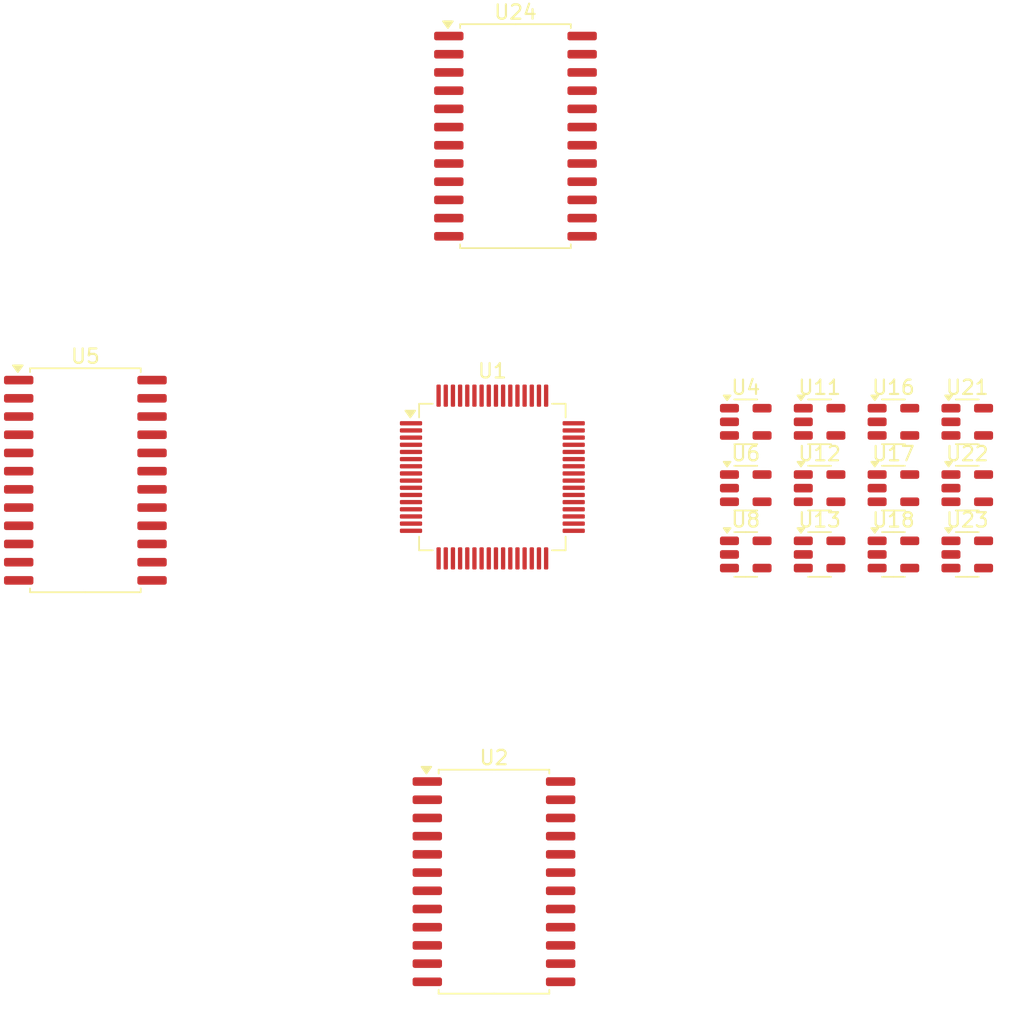
<source format=kicad_pcb>
(kicad_pcb (version 20240108) (generator "pcbnew") (generator_version "8.0")
  (layers (0 "F.Cu" signal) (31 "B.Cu" signal) (34 "B.Paste" user) (35 "F.Paste" user) (36 "B.SilkS" user "B.Silkscreen") (37 "F.SilkS" user "F.Silkscreen") (38 "B.Mask" user) (39 "F.Mask" user) (44 "Edge.Cuts" user))
  (net 0 "")
  (net 1 "Batt-temp12")
  (net 5 "+3.3V")
  (net 9 "TS_select3")
  (net 10 "OA-select1")
  (net 14 "mux1ADC")
  (net 16 "TS_select1")
  (net 20 "OA-select0")
  (net 22 "MOSFET GATE")
  (net 23 "MOSFET GATE3")
  (net 27 "OA-select3")
  (net 30 "MOSFET GATE2")
  (net 33 "OA-select2")
  (net 48 "TS_select2")
  (net 52 "TS_select0")
  (net 53 "muxADC2")
  (net 55 "vout_b1")
  (net 56 "vout_b7")
  (net 57 "vout_b9")
  (net 59 "vout_b3")
  (net 61 "vout_b11")
  (net 62 "vout_b10")
  (net 63 "vout_b4")
  (net 65 "vout_b6")
  (net 66 "vout_b12")
  (net 67 "vout_b2")
  (net 69 "vout_b8")
  (net 70 "vout_b5")
  (net 72 "Net-(R11-Pad2)")
  (net 73 "+5V")
  (net 74 "Net-(U4-+)")
  (net 75 "Net-(U4--)")
  (net 76 "Batt-temp8")
  (net 77 "Batt-temp2")
  (net 78 "Batt-temp4")
  (net 80 "Batt-temp11")
  (net 81 "Batt-temp7")
  (net 83 "Batt-temp1")
  (net 84 "Batt-temp10")
  (net 85 "Batt-temp5")
  (net 89 "Net-(U6--)")
  (net 90 "Net-(R16-Pad2)")
  (net 91 "Net-(U6-+)")
  (net 92 "Net-(U8-+)")
  (net 93 "Net-(U8--)")
  (net 94 "Net-(R23-Pad2)")
  (net 95 "Net-(R18-Pad2)")
  (net 96 "Net-(U11--)")
  (net 97 "Net-(U11-+)")
  (net 98 "Net-(U12--)")
  (net 99 "Net-(U12-+)")
  (net 100 "Net-(R22-Pad2)")
  (net 101 "Net-(R26-Pad2)")
  (net 102 "Net-(U13-+)")
  (net 103 "Net-(U13--)")
  (net 104 "Net-(R40-Pad2)")
  (net 105 "Net-(U16-+)")
  (net 106 "Net-(U16--)")
  (net 107 "Net-(R41-Pad2)")
  (net 108 "Net-(U17--)")
  (net 109 "Net-(U17-+)")
  (net 110 "Net-(U18--)")
  (net 111 "Net-(R42-Pad2)")
  (net 112 "Net-(U18-+)")
  (net 113 "Net-(R56-Pad2)")
  (net 114 "Net-(U21-+)")
  (net 115 "Net-(U21--)")
  (net 116 "Net-(U22--)")
  (net 117 "Net-(U22-+)")
  (net 118 "Net-(R57-Pad2)")
  (net 119 "Net-(R58-Pad2)")
  (net 120 "Net-(U23--)")
  (net 121 "Net-(U23-+)")
  (net 122 "mux3ADC")
  (net 126 "MOSFET GATE6")
  (net 128 "MOSFET GATE11")
  (net 129 "MOSFET GATE8")
  (net 130 "MOSFET GATE10")
  (net 131 "MOSFET GATE7")
  (net 132 "MOSFET0")
  (net 134 "MOSFET1")
  (net 136 "MOSFET GATE4")
  (net 137 "MOSFET GATE9")
  (net 139 "MOSFET2")
  (net 140 "MOSFET GATE12")
  (net 141 "MOSFET3")
  (net 143 "MOSFET GATE5")
  (net 144 "recieve_RX")
  (net 145 "transmitt_TX")
  (footprint "Package_SO:SOIC-24W_7.5x15.4mm_P1.27mm" (layer "F.Cu") (at 169.5 100.5)
    (property "Reference" "U2" (at 0 -8.65 0) (layer "F.SilkS"))
    (property "Value" "CD74HC4067M")
    (fp_line (start -3.86 -7.81) (end -3.86 -7.545) (stroke (width 0.12)) (layer "F.SilkS"))
    (fp_line (start -3.86 7.81) (end -3.86 7.545) (stroke (width 0.12)) (layer "F.SilkS"))
    (fp_line (start 0 -7.81) (end -3.86 -7.81) (stroke (width 0.12)) (layer "F.SilkS"))
    (fp_line (start 0 -7.81) (end 3.86 -7.81) (stroke (width 0.12)) (layer "F.SilkS"))
    (fp_line (start 0 7.81) (end -3.86 7.81) (stroke (width 0.12)) (layer "F.SilkS"))
    (fp_line (start 0 7.81) (end 3.86 7.81) (stroke (width 0.12)) (layer "F.SilkS"))
    (fp_line (start 3.86 -7.81) (end 3.86 -7.545) (stroke (width 0.12)) (layer "F.SilkS"))
    (fp_line (start 3.86 7.81) (end 3.86 7.545) (stroke (width 0.12)) (layer "F.SilkS"))
    (fp_poly (pts (xy -4.7125 -7.545) (xy -5.0525 -8.015) (xy -4.3725 -8.015) (xy -4.7125 -7.545)) (stroke (width 0.12)) (fill solid) (layer "F.SilkS"))
    (pad "1" smd roundrect (at -4.65 -6.985) (size 2.05 0.6) (layers "F.Cu" "F.Paste" "F.Mask") (net 53 "muxADC2"))
    (pad "2" smd roundrect (at -4.65 -5.715) (size 2.05 0.6) (layers "F.Cu" "F.Paste" "F.Mask") (net 69 "vout_b8"))
    (pad "3" smd roundrect (at -4.65 -4.445) (size 2.05 0.6) (layers "F.Cu" "F.Paste" "F.Mask") (net 56 "vout_b7"))
    (pad "4" smd roundrect (at -4.65 -3.175) (size 2.05 0.6) (layers "F.Cu" "F.Paste" "F.Mask") (net 65 "vout_b6"))
    (pad "5" smd roundrect (at -4.65 -1.905) (size 2.05 0.6) (layers "F.Cu" "F.Paste" "F.Mask") (net 70 "vout_b5"))
    (pad "6" smd roundrect (at -4.65 -0.635) (size 2.05 0.6) (layers "F.Cu" "F.Paste" "F.Mask") (net 63 "vout_b4"))
    (pad "7" smd roundrect (at -4.65 0.635) (size 2.05 0.6) (layers "F.Cu" "F.Paste" "F.Mask") (net 59 "vout_b3"))
    (pad "8" smd roundrect (at -4.65 1.905) (size 2.05 0.6) (layers "F.Cu" "F.Paste" "F.Mask") (net 67 "vout_b2"))
    (pad "9" smd roundrect (at -4.65 3.175) (size 2.05 0.6) (layers "F.Cu" "F.Paste" "F.Mask") (net 55 "vout_b1"))
    (pad "10" smd roundrect (at -4.65 4.445) (size 2.05 0.6) (layers "F.Cu" "F.Paste" "F.Mask") (net 20 "OA-select0"))
    (pad "11" smd roundrect (at -4.65 5.715) (size 2.05 0.6) (layers "F.Cu" "F.Paste" "F.Mask") (net 10 "OA-select1"))
    (pad "12" smd roundrect (at -4.65 6.985) (size 2.05 0.6) (layers "F.Cu" "F.Paste" "F.Mask") (net 1 "Batt-temp12"))
    (pad "13" smd roundrect (at 4.65 6.985) (size 2.05 0.6) (layers "F.Cu" "F.Paste" "F.Mask") (net 27 "OA-select3"))
    (pad "14" smd roundrect (at 4.65 5.715) (size 2.05 0.6) (layers "F.Cu" "F.Paste" "F.Mask") (net 33 "OA-select2"))
    (pad "15" smd roundrect (at 4.65 4.445) (size 2.05 0.6) (layers "F.Cu" "F.Paste" "F.Mask"))
    (pad "16" smd roundrect (at 4.65 3.175) (size 2.05 0.6) (layers "F.Cu" "F.Paste" "F.Mask"))
    (pad "17" smd roundrect (at 4.65 1.905) (size 2.05 0.6) (layers "F.Cu" "F.Paste" "F.Mask"))
    (pad "18" smd roundrect (at 4.65 0.635) (size 2.05 0.6) (layers "F.Cu" "F.Paste" "F.Mask"))
    (pad "19" smd roundrect (at 4.65 -0.635) (size 2.05 0.6) (layers "F.Cu" "F.Paste" "F.Mask"))
    (pad "20" smd roundrect (at 4.65 -1.905) (size 2.05 0.6) (layers "F.Cu" "F.Paste" "F.Mask") (net 66 "vout_b12"))
    (pad "21" smd roundrect (at 4.65 -3.175) (size 2.05 0.6) (layers "F.Cu" "F.Paste" "F.Mask") (net 61 "vout_b11"))
    (pad "22" smd roundrect (at 4.65 -4.445) (size 2.05 0.6) (layers "F.Cu" "F.Paste" "F.Mask") (net 62 "vout_b10"))
    (pad "23" smd roundrect (at 4.65 -5.715) (size 2.05 0.6) (layers "F.Cu" "F.Paste" "F.Mask") (net 57 "vout_b9"))
    (pad "24" smd roundrect (at 4.65 -6.985) (size 2.05 0.6) (layers "F.Cu" "F.Paste" "F.Mask") (net 5 "+3.3V"))
  )
  (footprint "Package_TO_SOT_SMD:SOT-23-5" (layer "F.Cu") (at 197.3625 73.05)
    (property "Reference" "U17" (at 0 -2.4 0) (layer "F.SilkS"))
    (property "Value" "OP179GRT")
    (fp_line (start 0 -1.56) (end -0.8 -1.56) (stroke (width 0.12)) (layer "F.SilkS"))
    (fp_line (start 0 -1.56) (end 0.8 -1.56) (stroke (width 0.12)) (layer "F.SilkS"))
    (fp_line (start 0 1.56) (end -0.8 1.56) (stroke (width 0.12)) (layer "F.SilkS"))
    (fp_line (start 0 1.56) (end 0.8 1.56) (stroke (width 0.12)) (layer "F.SilkS"))
    (fp_poly (pts (xy -1.3 -1.51) (xy -1.54 -1.84) (xy -1.06 -1.84) (xy -1.3 -1.51)) (stroke (width 0.12)) (fill solid) (layer "F.SilkS"))
    (pad "1" smd roundrect (at -1.1375 -0.95) (size 1.325 0.6) (layers "F.Cu" "F.Paste" "F.Mask") (net 107 "Net-(R41-Pad2)"))
    (pad "2" smd roundrect (at -1.1375 0) (size 1.325 0.6) (layers "F.Cu" "F.Paste" "F.Mask") (net 73 "+5V"))
    (pad "3" smd roundrect (at -1.1375 0.95) (size 1.325 0.6) (layers "F.Cu" "F.Paste" "F.Mask") (net 109 "Net-(U17-+)"))
    (pad "4" smd roundrect (at 1.1375 0.95) (size 1.325 0.6) (layers "F.Cu" "F.Paste" "F.Mask") (net 108 "Net-(U17--)"))
    (pad "5" smd roundrect (at 1.1375 -0.95) (size 1.325 0.6) (layers "F.Cu" "F.Paste" "F.Mask") (net 1 "Batt-temp12"))
  )
  (footprint "Package_SO:SOIC-24W_7.5x15.4mm_P1.27mm" (layer "F.Cu") (at 171 48.5)
    (property "Reference" "U24" (at 0 -8.65 0) (layer "F.SilkS"))
    (property "Value" "CD74HC4067M")
    (fp_line (start -3.86 -7.81) (end -3.86 -7.545) (stroke (width 0.12)) (layer "F.SilkS"))
    (fp_line (start -3.86 7.81) (end -3.86 7.545) (stroke (width 0.12)) (layer "F.SilkS"))
    (fp_line (start 0 -7.81) (end -3.86 -7.81) (stroke (width 0.12)) (layer "F.SilkS"))
    (fp_line (start 0 -7.81) (end 3.86 -7.81) (stroke (width 0.12)) (layer "F.SilkS"))
    (fp_line (start 0 7.81) (end -3.86 7.81) (stroke (width 0.12)) (layer "F.SilkS"))
    (fp_line (start 0 7.81) (end 3.86 7.81) (stroke (width 0.12)) (layer "F.SilkS"))
    (fp_line (start 3.86 -7.81) (end 3.86 -7.545) (stroke (width 0.12)) (layer "F.SilkS"))
    (fp_line (start 3.86 7.81) (end 3.86 7.545) (stroke (width 0.12)) (layer "F.SilkS"))
    (fp_poly (pts (xy -4.7125 -7.545) (xy -5.0525 -8.015) (xy -4.3725 -8.015) (xy -4.7125 -7.545)) (stroke (width 0.12)) (fill solid) (layer "F.SilkS"))
    (pad "1" smd roundrect (at -4.65 -6.985) (size 2.05 0.6) (layers "F.Cu" "F.Paste" "F.Mask") (net 122 "mux3ADC"))
    (pad "2" smd roundrect (at -4.65 -5.715) (size 2.05 0.6) (layers "F.Cu" "F.Paste" "F.Mask") (net 137 "MOSFET GATE9"))
    (pad "3" smd roundrect (at -4.65 -4.445) (size 2.05 0.6) (layers "F.Cu" "F.Paste" "F.Mask") (net 130 "MOSFET GATE10"))
    (pad "4" smd roundrect (at -4.65 -3.175) (size 2.05 0.6) (layers "F.Cu" "F.Paste" "F.Mask") (net 128 "MOSFET GATE11"))
    (pad "5" smd roundrect (at -4.65 -1.905) (size 2.05 0.6) (layers "F.Cu" "F.Paste" "F.Mask") (net 140 "MOSFET GATE12"))
    (pad "6" smd roundrect (at -4.65 -0.635) (size 2.05 0.6) (layers "F.Cu" "F.Paste" "F.Mask") (net 136 "MOSFET GATE4"))
    (pad "7" smd roundrect (at -4.65 0.635) (size 2.05 0.6) (layers "F.Cu" "F.Paste" "F.Mask") (net 23 "MOSFET GATE3"))
    (pad "8" smd roundrect (at -4.65 1.905) (size 2.05 0.6) (layers "F.Cu" "F.Paste" "F.Mask") (net 30 "MOSFET GATE2"))
    (pad "9" smd roundrect (at -4.65 3.175) (size 2.05 0.6) (layers "F.Cu" "F.Paste" "F.Mask") (net 22 "MOSFET GATE"))
    (pad "10" smd roundrect (at -4.65 4.445) (size 2.05 0.6) (layers "F.Cu" "F.Paste" "F.Mask") (net 132 "MOSFET0"))
    (pad "11" smd roundrect (at -4.65 5.715) (size 2.05 0.6) (layers "F.Cu" "F.Paste" "F.Mask") (net 134 "MOSFET1"))
    (pad "12" smd roundrect (at -4.65 6.985) (size 2.05 0.6) (layers "F.Cu" "F.Paste" "F.Mask") (net 1 "Batt-temp12"))
    (pad "13" smd roundrect (at 4.65 6.985) (size 2.05 0.6) (layers "F.Cu" "F.Paste" "F.Mask") (net 141 "MOSFET3"))
    (pad "14" smd roundrect (at 4.65 5.715) (size 2.05 0.6) (layers "F.Cu" "F.Paste" "F.Mask") (net 139 "MOSFET2"))
    (pad "15" smd roundrect (at 4.65 4.445) (size 2.05 0.6) (layers "F.Cu" "F.Paste" "F.Mask"))
    (pad "16" smd roundrect (at 4.65 3.175) (size 2.05 0.6) (layers "F.Cu" "F.Paste" "F.Mask"))
    (pad "17" smd roundrect (at 4.65 1.905) (size 2.05 0.6) (layers "F.Cu" "F.Paste" "F.Mask"))
    (pad "18" smd roundrect (at 4.65 0.635) (size 2.05 0.6) (layers "F.Cu" "F.Paste" "F.Mask"))
    (pad "19" smd roundrect (at 4.65 -0.635) (size 2.05 0.6) (layers "F.Cu" "F.Paste" "F.Mask"))
    (pad "20" smd roundrect (at 4.65 -1.905) (size 2.05 0.6) (layers "F.Cu" "F.Paste" "F.Mask") (net 143 "MOSFET GATE5"))
    (pad "21" smd roundrect (at 4.65 -3.175) (size 2.05 0.6) (layers "F.Cu" "F.Paste" "F.Mask") (net 126 "MOSFET GATE6"))
    (pad "22" smd roundrect (at 4.65 -4.445) (size 2.05 0.6) (layers "F.Cu" "F.Paste" "F.Mask") (net 131 "MOSFET GATE7"))
    (pad "23" smd roundrect (at 4.65 -5.715) (size 2.05 0.6) (layers "F.Cu" "F.Paste" "F.Mask") (net 129 "MOSFET GATE8"))
    (pad "24" smd roundrect (at 4.65 -6.985) (size 2.05 0.6) (layers "F.Cu" "F.Paste" "F.Mask") (net 5 "+3.3V"))
  )
  (footprint "Package_TO_SOT_SMD:SOT-23-5" (layer "F.Cu") (at 202.5125 68.425)
    (property "Reference" "U21" (at 0 -2.4 0) (layer "F.SilkS"))
    (property "Value" "OP179GRT")
    (fp_line (start 0 -1.56) (end -0.8 -1.56) (stroke (width 0.12)) (layer "F.SilkS"))
    (fp_line (start 0 -1.56) (end 0.8 -1.56) (stroke (width 0.12)) (layer "F.SilkS"))
    (fp_line (start 0 1.56) (end -0.8 1.56) (stroke (width 0.12)) (layer "F.SilkS"))
    (fp_line (start 0 1.56) (end 0.8 1.56) (stroke (width 0.12)) (layer "F.SilkS"))
    (fp_poly (pts (xy -1.3 -1.51) (xy -1.54 -1.84) (xy -1.06 -1.84) (xy -1.3 -1.51)) (stroke (width 0.12)) (fill solid) (layer "F.SilkS"))
    (pad "1" smd roundrect (at -1.1375 -0.95) (size 1.325 0.6) (layers "F.Cu" "F.Paste" "F.Mask") (net 113 "Net-(R56-Pad2)"))
    (pad "2" smd roundrect (at -1.1375 0) (size 1.325 0.6) (layers "F.Cu" "F.Paste" "F.Mask") (net 73 "+5V"))
    (pad "3" smd roundrect (at -1.1375 0.95) (size 1.325 0.6) (layers "F.Cu" "F.Paste" "F.Mask") (net 114 "Net-(U21-+)"))
    (pad "4" smd roundrect (at 1.1375 0.95) (size 1.325 0.6) (layers "F.Cu" "F.Paste" "F.Mask") (net 115 "Net-(U21--)"))
    (pad "5" smd roundrect (at 1.1375 -0.95) (size 1.325 0.6) (layers "F.Cu" "F.Paste" "F.Mask") (net 1 "Batt-temp12"))
  )
  (footprint "Package_TO_SOT_SMD:SOT-23-5" (layer "F.Cu") (at 197.3625 68.425)
    (property "Reference" "U16" (at 0 -2.4 0) (layer "F.SilkS"))
    (property "Value" "OP179GRT")
    (fp_line (start 0 -1.56) (end -0.8 -1.56) (stroke (width 0.12)) (layer "F.SilkS"))
    (fp_line (start 0 -1.56) (end 0.8 -1.56) (stroke (width 0.12)) (layer "F.SilkS"))
    (fp_line (start 0 1.56) (end -0.8 1.56) (stroke (width 0.12)) (layer "F.SilkS"))
    (fp_line (start 0 1.56) (end 0.8 1.56) (stroke (width 0.12)) (layer "F.SilkS"))
    (fp_poly (pts (xy -1.3 -1.51) (xy -1.54 -1.84) (xy -1.06 -1.84) (xy -1.3 -1.51)) (stroke (width 0.12)) (fill solid) (layer "F.SilkS"))
    (pad "1" smd roundrect (at -1.1375 -0.95) (size 1.325 0.6) (layers "F.Cu" "F.Paste" "F.Mask") (net 104 "Net-(R40-Pad2)"))
    (pad "2" smd roundrect (at -1.1375 0) (size 1.325 0.6) (layers "F.Cu" "F.Paste" "F.Mask") (net 73 "+5V"))
    (pad "3" smd roundrect (at -1.1375 0.95) (size 1.325 0.6) (layers "F.Cu" "F.Paste" "F.Mask") (net 105 "Net-(U16-+)"))
    (pad "4" smd roundrect (at 1.1375 0.95) (size 1.325 0.6) (layers "F.Cu" "F.Paste" "F.Mask") (net 106 "Net-(U16--)"))
    (pad "5" smd roundrect (at 1.1375 -0.95) (size 1.325 0.6) (layers "F.Cu" "F.Paste" "F.Mask") (net 1 "Batt-temp12"))
  )
  (footprint "Package_TO_SOT_SMD:SOT-23-5" (layer "F.Cu") (at 187.0625 77.675)
    (property "Reference" "U8" (at 0 -2.4 0) (layer "F.SilkS"))
    (property "Value" "OP179GRT")
    (fp_line (start 0 -1.56) (end -0.8 -1.56) (stroke (width 0.12)) (layer "F.SilkS"))
    (fp_line (start 0 -1.56) (end 0.8 -1.56) (stroke (width 0.12)) (layer "F.SilkS"))
    (fp_line (start 0 1.56) (end -0.8 1.56) (stroke (width 0.12)) (layer "F.SilkS"))
    (fp_line (start 0 1.56) (end 0.8 1.56) (stroke (width 0.12)) (layer "F.SilkS"))
    (fp_poly (pts (xy -1.3 -1.51) (xy -1.54 -1.84) (xy -1.06 -1.84) (xy -1.3 -1.51)) (stroke (width 0.12)) (fill solid) (layer "F.SilkS"))
    (pad "1" smd roundrect (at -1.1375 -0.95) (size 1.325 0.6) (layers "F.Cu" "F.Paste" "F.Mask") (net 94 "Net-(R23-Pad2)"))
    (pad "2" smd roundrect (at -1.1375 0) (size 1.325 0.6) (layers "F.Cu" "F.Paste" "F.Mask") (net 73 "+5V"))
    (pad "3" smd roundrect (at -1.1375 0.95) (size 1.325 0.6) (layers "F.Cu" "F.Paste" "F.Mask") (net 92 "Net-(U8-+)"))
    (pad "4" smd roundrect (at 1.1375 0.95) (size 1.325 0.6) (layers "F.Cu" "F.Paste" "F.Mask") (net 93 "Net-(U8--)"))
    (pad "5" smd roundrect (at 1.1375 -0.95) (size 1.325 0.6) (layers "F.Cu" "F.Paste" "F.Mask") (net 1 "Batt-temp12"))
  )
  (footprint "Package_SO:SOIC-24W_7.5x15.4mm_P1.27mm" (layer "F.Cu") (at 141 72.5)
    (property "Reference" "U5" (at 0 -8.65 0) (layer "F.SilkS"))
    (property "Value" "CD74HC4067M")
    (fp_line (start -3.86 -7.81) (end -3.86 -7.545) (stroke (width 0.12)) (layer "F.SilkS"))
    (fp_line (start -3.86 7.81) (end -3.86 7.545) (stroke (width 0.12)) (layer "F.SilkS"))
    (fp_line (start 0 -7.81) (end -3.86 -7.81) (stroke (width 0.12)) (layer "F.SilkS"))
    (fp_line (start 0 -7.81) (end 3.86 -7.81) (stroke (width 0.12)) (layer "F.SilkS"))
    (fp_line (start 0 7.81) (end -3.86 7.81) (stroke (width 0.12)) (layer "F.SilkS"))
    (fp_line (start 0 7.81) (end 3.86 7.81) (stroke (width 0.12)) (layer "F.SilkS"))
    (fp_line (start 3.86 -7.81) (end 3.86 -7.545) (stroke (width 0.12)) (layer "F.SilkS"))
    (fp_line (start 3.86 7.81) (end 3.86 7.545) (stroke (width 0.12)) (layer "F.SilkS"))
    (fp_poly (pts (xy -4.7125 -7.545) (xy -5.0525 -8.015) (xy -4.3725 -8.015) (xy -4.7125 -7.545)) (stroke (width 0.12)) (fill solid) (layer "F.SilkS"))
    (pad "1" smd roundrect (at -4.65 -6.985) (size 2.05 0.6) (layers "F.Cu" "F.Paste" "F.Mask") (net 14 "mux1ADC"))
    (pad "2" smd roundrect (at -4.65 -5.715) (size 2.05 0.6) (layers "F.Cu" "F.Paste" "F.Mask") (net 1 "Batt-temp12"))
    (pad "3" smd roundrect (at -4.65 -4.445) (size 2.05 0.6) (layers "F.Cu" "F.Paste" "F.Mask") (net 76 "Batt-temp8"))
    (pad "4" smd roundrect (at -4.65 -3.175) (size 2.05 0.6) (layers "F.Cu" "F.Paste" "F.Mask") (net 81 "Batt-temp7"))
    (pad "5" smd roundrect (at -4.65 -1.905) (size 2.05 0.6) (layers "F.Cu" "F.Paste" "F.Mask") (net 1 "Batt-temp12"))
    (pad "6" smd roundrect (at -4.65 -0.635) (size 2.05 0.6) (layers "F.Cu" "F.Paste" "F.Mask") (net 78 "Batt-temp4"))
    (pad "7" smd roundrect (at -4.65 0.635) (size 2.05 0.6) (layers "F.Cu" "F.Paste" "F.Mask") (net 1 "Batt-temp12"))
    (pad "8" smd roundrect (at -4.65 1.905) (size 2.05 0.6) (layers "F.Cu" "F.Paste" "F.Mask") (net 77 "Batt-temp2"))
    (pad "9" smd roundrect (at -4.65 3.175) (size 2.05 0.6) (layers "F.Cu" "F.Paste" "F.Mask") (net 83 "Batt-temp1"))
    (pad "10" smd roundrect (at -4.65 4.445) (size 2.05 0.6) (layers "F.Cu" "F.Paste" "F.Mask") (net 52 "TS_select0"))
    (pad "11" smd roundrect (at -4.65 5.715) (size 2.05 0.6) (layers "F.Cu" "F.Paste" "F.Mask") (net 16 "TS_select1"))
    (pad "12" smd roundrect (at -4.65 6.985) (size 2.05 0.6) (layers "F.Cu" "F.Paste" "F.Mask") (net 1 "Batt-temp12"))
    (pad "13" smd roundrect (at 4.65 6.985) (size 2.05 0.6) (layers "F.Cu" "F.Paste" "F.Mask") (net 9 "TS_select3"))
    (pad "14" smd roundrect (at 4.65 5.715) (size 2.05 0.6) (layers "F.Cu" "F.Paste" "F.Mask") (net 48 "TS_select2"))
    (pad "15" smd roundrect (at 4.65 4.445) (size 2.05 0.6) (layers "F.Cu" "F.Paste" "F.Mask"))
    (pad "16" smd roundrect (at 4.65 3.175) (size 2.05 0.6) (layers "F.Cu" "F.Paste" "F.Mask"))
    (pad "17" smd roundrect (at 4.65 1.905) (size 2.05 0.6) (layers "F.Cu" "F.Paste" "F.Mask"))
    (pad "18" smd roundrect (at 4.65 0.635) (size 2.05 0.6) (layers "F.Cu" "F.Paste" "F.Mask"))
    (pad "19" smd roundrect (at 4.65 -0.635) (size 2.05 0.6) (layers "F.Cu" "F.Paste" "F.Mask"))
    (pad "20" smd roundrect (at 4.65 -1.905) (size 2.05 0.6) (layers "F.Cu" "F.Paste" "F.Mask") (net 85 "Batt-temp5"))
    (pad "21" smd roundrect (at 4.65 -3.175) (size 2.05 0.6) (layers "F.Cu" "F.Paste" "F.Mask") (net 1 "Batt-temp12"))
    (pad "22" smd roundrect (at 4.65 -4.445) (size 2.05 0.6) (layers "F.Cu" "F.Paste" "F.Mask") (net 80 "Batt-temp11"))
    (pad "23" smd roundrect (at 4.65 -5.715) (size 2.05 0.6) (layers "F.Cu" "F.Paste" "F.Mask") (net 84 "Batt-temp10"))
    (pad "24" smd roundrect (at 4.65 -6.985) (size 2.05 0.6) (layers "F.Cu" "F.Paste" "F.Mask") (net 5 "+3.3V"))
  )
  (footprint "Package_TO_SOT_SMD:SOT-23-5" (layer "F.Cu") (at 192.2125 68.425)
    (property "Reference" "U11" (at 0 -2.4 0) (layer "F.SilkS"))
    (property "Value" "OP179GRT")
    (fp_line (start 0 -1.56) (end -0.8 -1.56) (stroke (width 0.12)) (layer "F.SilkS"))
    (fp_line (start 0 -1.56) (end 0.8 -1.56) (stroke (width 0.12)) (layer "F.SilkS"))
    (fp_line (start 0 1.56) (end -0.8 1.56) (stroke (width 0.12)) (layer "F.SilkS"))
    (fp_line (start 0 1.56) (end 0.8 1.56) (stroke (width 0.12)) (layer "F.SilkS"))
    (fp_poly (pts (xy -1.3 -1.51) (xy -1.54 -1.84) (xy -1.06 -1.84) (xy -1.3 -1.51)) (stroke (width 0.12)) (fill solid) (layer "F.SilkS"))
    (pad "1" smd roundrect (at -1.1375 -0.95) (size 1.325 0.6) (layers "F.Cu" "F.Paste" "F.Mask") (net 95 "Net-(R18-Pad2)"))
    (pad "2" smd roundrect (at -1.1375 0) (size 1.325 0.6) (layers "F.Cu" "F.Paste" "F.Mask") (net 73 "+5V"))
    (pad "3" smd roundrect (at -1.1375 0.95) (size 1.325 0.6) (layers "F.Cu" "F.Paste" "F.Mask") (net 97 "Net-(U11-+)"))
    (pad "4" smd roundrect (at 1.1375 0.95) (size 1.325 0.6) (layers "F.Cu" "F.Paste" "F.Mask") (net 96 "Net-(U11--)"))
    (pad "5" smd roundrect (at 1.1375 -0.95) (size 1.325 0.6) (layers "F.Cu" "F.Paste" "F.Mask") (net 1 "Batt-temp12"))
  )
  (footprint "Package_TO_SOT_SMD:SOT-23-5" (layer "F.Cu") (at 197.3625 77.675)
    (property "Reference" "U18" (at 0 -2.4 0) (layer "F.SilkS"))
    (property "Value" "OP179GRT")
    (fp_line (start 0 -1.56) (end -0.8 -1.56) (stroke (width 0.12)) (layer "F.SilkS"))
    (fp_line (start 0 -1.56) (end 0.8 -1.56) (stroke (width 0.12)) (layer "F.SilkS"))
    (fp_line (start 0 1.56) (end -0.8 1.56) (stroke (width 0.12)) (layer "F.SilkS"))
    (fp_line (start 0 1.56) (end 0.8 1.56) (stroke (width 0.12)) (layer "F.SilkS"))
    (fp_poly (pts (xy -1.3 -1.51) (xy -1.54 -1.84) (xy -1.06 -1.84) (xy -1.3 -1.51)) (stroke (width 0.12)) (fill solid) (layer "F.SilkS"))
    (pad "1" smd roundrect (at -1.1375 -0.95) (size 1.325 0.6) (layers "F.Cu" "F.Paste" "F.Mask") (net 111 "Net-(R42-Pad2)"))
    (pad "2" smd roundrect (at -1.1375 0) (size 1.325 0.6) (layers "F.Cu" "F.Paste" "F.Mask") (net 73 "+5V"))
    (pad "3" smd roundrect (at -1.1375 0.95) (size 1.325 0.6) (layers "F.Cu" "F.Paste" "F.Mask") (net 112 "Net-(U18-+)"))
    (pad "4" smd roundrect (at 1.1375 0.95) (size 1.325 0.6) (layers "F.Cu" "F.Paste" "F.Mask") (net 110 "Net-(U18--)"))
    (pad "5" smd roundrect (at 1.1375 -0.95) (size 1.325 0.6) (layers "F.Cu" "F.Paste" "F.Mask") (net 1 "Batt-temp12"))
  )
  (footprint "Package_TO_SOT_SMD:SOT-23-5" (layer "F.Cu") (at 192.2125 77.675)
    (property "Reference" "U13" (at 0 -2.4 0) (layer "F.SilkS"))
    (property "Value" "OP179GRT")
    (fp_line (start 0 -1.56) (end -0.8 -1.56) (stroke (width 0.12)) (layer "F.SilkS"))
    (fp_line (start 0 -1.56) (end 0.8 -1.56) (stroke (width 0.12)) (layer "F.SilkS"))
    (fp_line (start 0 1.56) (end -0.8 1.56) (stroke (width 0.12)) (layer "F.SilkS"))
    (fp_line (start 0 1.56) (end 0.8 1.56) (stroke (width 0.12)) (layer "F.SilkS"))
    (fp_poly (pts (xy -1.3 -1.51) (xy -1.54 -1.84) (xy -1.06 -1.84) (xy -1.3 -1.51)) (stroke (width 0.12)) (fill solid) (layer "F.SilkS"))
    (pad "1" smd roundrect (at -1.1375 -0.95) (size 1.325 0.6) (layers "F.Cu" "F.Paste" "F.Mask") (net 101 "Net-(R26-Pad2)"))
    (pad "2" smd roundrect (at -1.1375 0) (size 1.325 0.6) (layers "F.Cu" "F.Paste" "F.Mask") (net 73 "+5V"))
    (pad "3" smd roundrect (at -1.1375 0.95) (size 1.325 0.6) (layers "F.Cu" "F.Paste" "F.Mask") (net 102 "Net-(U13-+)"))
    (pad "4" smd roundrect (at 1.1375 0.95) (size 1.325 0.6) (layers "F.Cu" "F.Paste" "F.Mask") (net 103 "Net-(U13--)"))
    (pad "5" smd roundrect (at 1.1375 -0.95) (size 1.325 0.6) (layers "F.Cu" "F.Paste" "F.Mask") (net 1 "Batt-temp12"))
  )
  (footprint "Package_TO_SOT_SMD:SOT-23-5" (layer "F.Cu") (at 187.0625 68.425)
    (property "Reference" "U4" (at 0 -2.4 0) (layer "F.SilkS"))
    (property "Value" "OP179GRT")
    (fp_line (start 0 -1.56) (end -0.8 -1.56) (stroke (width 0.12)) (layer "F.SilkS"))
    (fp_line (start 0 -1.56) (end 0.8 -1.56) (stroke (width 0.12)) (layer "F.SilkS"))
    (fp_line (start 0 1.56) (end -0.8 1.56) (stroke (width 0.12)) (layer "F.SilkS"))
    (fp_line (start 0 1.56) (end 0.8 1.56) (stroke (width 0.12)) (layer "F.SilkS"))
    (fp_poly (pts (xy -1.3 -1.51) (xy -1.54 -1.84) (xy -1.06 -1.84) (xy -1.3 -1.51)) (stroke (width 0.12)) (fill solid) (layer "F.SilkS"))
    (pad "1" smd roundrect (at -1.1375 -0.95) (size 1.325 0.6) (layers "F.Cu" "F.Paste" "F.Mask") (net 72 "Net-(R11-Pad2)"))
    (pad "2" smd roundrect (at -1.1375 0) (size 1.325 0.6) (layers "F.Cu" "F.Paste" "F.Mask") (net 73 "+5V"))
    (pad "3" smd roundrect (at -1.1375 0.95) (size 1.325 0.6) (layers "F.Cu" "F.Paste" "F.Mask") (net 74 "Net-(U4-+)"))
    (pad "4" smd roundrect (at 1.1375 0.95) (size 1.325 0.6) (layers "F.Cu" "F.Paste" "F.Mask") (net 75 "Net-(U4--)"))
    (pad "5" smd roundrect (at 1.1375 -0.95) (size 1.325 0.6) (layers "F.Cu" "F.Paste" "F.Mask") (net 1 "Batt-temp12"))
  )
  (footprint "Package_TO_SOT_SMD:SOT-23-5" (layer "F.Cu") (at 192.2125 73.05)
    (property "Reference" "U12" (at 0 -2.4 0) (layer "F.SilkS"))
    (property "Value" "OP179GRT")
    (fp_line (start 0 -1.56) (end -0.8 -1.56) (stroke (width 0.12)) (layer "F.SilkS"))
    (fp_line (start 0 -1.56) (end 0.8 -1.56) (stroke (width 0.12)) (layer "F.SilkS"))
    (fp_line (start 0 1.56) (end -0.8 1.56) (stroke (width 0.12)) (layer "F.SilkS"))
    (fp_line (start 0 1.56) (end 0.8 1.56) (stroke (width 0.12)) (layer "F.SilkS"))
    (fp_poly (pts (xy -1.3 -1.51) (xy -1.54 -1.84) (xy -1.06 -1.84) (xy -1.3 -1.51)) (stroke (width 0.12)) (fill solid) (layer "F.SilkS"))
    (pad "1" smd roundrect (at -1.1375 -0.95) (size 1.325 0.6) (layers "F.Cu" "F.Paste" "F.Mask") (net 100 "Net-(R22-Pad2)"))
    (pad "2" smd roundrect (at -1.1375 0) (size 1.325 0.6) (layers "F.Cu" "F.Paste" "F.Mask") (net 73 "+5V"))
    (pad "3" smd roundrect (at -1.1375 0.95) (size 1.325 0.6) (layers "F.Cu" "F.Paste" "F.Mask") (net 99 "Net-(U12-+)"))
    (pad "4" smd roundrect (at 1.1375 0.95) (size 1.325 0.6) (layers "F.Cu" "F.Paste" "F.Mask") (net 98 "Net-(U12--)"))
    (pad "5" smd roundrect (at 1.1375 -0.95) (size 1.325 0.6) (layers "F.Cu" "F.Paste" "F.Mask") (net 1 "Batt-temp12"))
  )
  (footprint "Package_QFP:LQFP-64_10x10mm_P0.5mm" (layer "F.Cu") (at 169.3875 72.275)
    (property "Reference" "U1" (at 0 -7.4 0) (layer "F.SilkS"))
    (property "Value" "STM32F446RETx")
    (fp_line (start -5.11 -5.11) (end -5.11 -4.16) (stroke (width 0.12)) (layer "F.SilkS"))
    (fp_line (start -5.11 5.11) (end -5.11 4.16) (stroke (width 0.12)) (layer "F.SilkS"))
    (fp_line (start -4.16 -5.11) (end -5.11 -5.11) (stroke (width 0.12)) (layer "F.SilkS"))
    (fp_line (start -4.16 5.11) (end -5.11 5.11) (stroke (width 0.12)) (layer "F.SilkS"))
    (fp_line (start 4.16 -5.11) (end 5.11 -5.11) (stroke (width 0.12)) (layer "F.SilkS"))
    (fp_line (start 4.16 5.11) (end 5.11 5.11) (stroke (width 0.12)) (layer "F.SilkS"))
    (fp_line (start 5.11 -5.11) (end 5.11 -4.16) (stroke (width 0.12)) (layer "F.SilkS"))
    (fp_line (start 5.11 5.11) (end 5.11 4.16) (stroke (width 0.12)) (layer "F.SilkS"))
    (fp_poly (pts (xy -5.725 -4.16) (xy -6.065 -4.63) (xy -5.385 -4.63) (xy -5.725 -4.16)) (stroke (width 0.12)) (fill solid) (layer "F.SilkS"))
    (pad "1" smd roundrect (at -5.675 -3.75) (size 1.55 0.3) (layers "F.Cu" "F.Paste" "F.Mask"))
    (pad "2" smd roundrect (at -5.675 -3.25) (size 1.55 0.3) (layers "F.Cu" "F.Paste" "F.Mask"))
    (pad "3" smd roundrect (at -5.675 -2.75) (size 1.55 0.3) (layers "F.Cu" "F.Paste" "F.Mask"))
    (pad "4" smd roundrect (at -5.675 -2.25) (size 1.55 0.3) (layers "F.Cu" "F.Paste" "F.Mask"))
    (pad "5" smd roundrect (at -5.675 -1.75) (size 1.55 0.3) (layers "F.Cu" "F.Paste" "F.Mask"))
    (pad "6" smd roundrect (at -5.675 -1.25) (size 1.55 0.3) (layers "F.Cu" "F.Paste" "F.Mask"))
    (pad "7" smd roundrect (at -5.675 -0.75) (size 1.55 0.3) (layers "F.Cu" "F.Paste" "F.Mask"))
    (pad "8" smd roundrect (at -5.675 -0.25) (size 1.55 0.3) (layers "F.Cu" "F.Paste" "F.Mask"))
    (pad "9" smd roundrect (at -5.675 0.25) (size 1.55 0.3) (layers "F.Cu" "F.Paste" "F.Mask"))
    (pad "10" smd roundrect (at -5.675 0.75) (size 1.55 0.3) (layers "F.Cu" "F.Paste" "F.Mask"))
    (pad "11" smd roundrect (at -5.675 1.25) (size 1.55 0.3) (layers "F.Cu" "F.Paste" "F.Mask"))
    (pad "12" smd roundrect (at -5.675 1.75) (size 1.55 0.3) (layers "F.Cu" "F.Paste" "F.Mask") (net 1 "Batt-temp12"))
    (pad "13" smd roundrect (at -5.675 2.25) (size 1.55 0.3) (layers "F.Cu" "F.Paste" "F.Mask"))
    (pad "14" smd roundrect (at -5.675 2.75) (size 1.55 0.3) (layers "F.Cu" "F.Paste" "F.Mask"))
    (pad "15" smd roundrect (at -5.675 3.25) (size 1.55 0.3) (layers "F.Cu" "F.Paste" "F.Mask"))
    (pad "16" smd roundrect (at -5.675 3.75) (size 1.55 0.3) (layers "F.Cu" "F.Paste" "F.Mask"))
    (pad "17" smd roundrect (at -3.75 5.675) (size 0.3 1.55) (layers "F.Cu" "F.Paste" "F.Mask"))
    (pad "18" smd roundrect (at -3.25 5.675) (size 0.3 1.55) (layers "F.Cu" "F.Paste" "F.Mask") (net 1 "Batt-temp12"))
    (pad "19" smd roundrect (at -2.75 5.675) (size 0.3 1.55) (layers "F.Cu" "F.Paste" "F.Mask") (net 5 "+3.3V"))
    (pad "20" smd roundrect (at -2.25 5.675) (size 0.3 1.55) (layers "F.Cu" "F.Paste" "F.Mask") (net 14 "mux1ADC"))
    (pad "21" smd roundrect (at -1.75 5.675) (size 0.3 1.55) (layers "F.Cu" "F.Paste" "F.Mask") (net 53 "muxADC2"))
    (pad "22" smd roundrect (at -1.25 5.675) (size 0.3 1.55) (layers "F.Cu" "F.Paste" "F.Mask") (net 122 "mux3ADC"))
    (pad "23" smd roundrect (at -0.75 5.675) (size 0.3 1.55) (layers "F.Cu" "F.Paste" "F.Mask"))
    (pad "24" smd roundrect (at -0.25 5.675) (size 0.3 1.55) (layers "F.Cu" "F.Paste" "F.Mask"))
    (pad "25" smd roundrect (at 0.25 5.675) (size 0.3 1.55) (layers "F.Cu" "F.Paste" "F.Mask"))
    (pad "26" smd roundrect (at 0.75 5.675) (size 0.3 1.55) (layers "F.Cu" "F.Paste" "F.Mask"))
    (pad "27" smd roundrect (at 1.25 5.675) (size 0.3 1.55) (layers "F.Cu" "F.Paste" "F.Mask"))
    (pad "28" smd roundrect (at 1.75 5.675) (size 0.3 1.55) (layers "F.Cu" "F.Paste" "F.Mask"))
    (pad "29" smd roundrect (at 2.25 5.675) (size 0.3 1.55) (layers "F.Cu" "F.Paste" "F.Mask"))
    (pad "30" smd roundrect (at 2.75 5.675) (size 0.3 1.55) (layers "F.Cu" "F.Paste" "F.Mask"))
    (pad "31" smd roundrect (at 3.25 5.675) (size 0.3 1.55) (layers "F.Cu" "F.Paste" "F.Mask") (net 1 "Batt-temp12"))
    (pad "32" smd roundrect (at 3.75 5.675) (size 0.3 1.55) (layers "F.Cu" "F.Paste" "F.Mask") (net 5 "+3.3V"))
    (pad "33" smd roundrect (at 5.675 3.75) (size 1.55 0.3) (layers "F.Cu" "F.Paste" "F.Mask"))
    (pad "34" smd roundrect (at 5.675 3.25) (size 1.55 0.3) (layers "F.Cu" "F.Paste" "F.Mask"))
    (pad "35" smd roundrect (at 5.675 2.75) (size 1.55 0.3) (layers "F.Cu" "F.Paste" "F.Mask"))
    (pad "36" smd roundrect (at 5.675 2.25) (size 1.55 0.3) (layers "F.Cu" "F.Paste" "F.Mask"))
    (pad "37" smd roundrect (at 5.675 1.75) (size 1.55 0.3) (layers "F.Cu" "F.Paste" "F.Mask") (net 20 "OA-select0"))
    (pad "38" smd roundrect (at 5.675 1.25) (size 1.55 0.3) (layers "F.Cu" "F.Paste" "F.Mask") (net 10 "OA-select1"))
    (pad "39" smd roundrect (at 5.675 0.75) (size 1.55 0.3) (layers "F.Cu" "F.Paste" "F.Mask") (net 33 "OA-select2"))
    (pad "40" smd roundrect (at 5.675 0.25) (size 1.55 0.3) (layers "F.Cu" "F.Paste" "F.Mask") (net 27 "OA-select3"))
    (pad "41" smd roundrect (at 5.675 -0.25) (size 1.55 0.3) (layers "F.Cu" "F.Paste" "F.Mask"))
    (pad "42" smd roundrect (at 5.675 -0.75) (size 1.55 0.3) (layers "F.Cu" "F.Paste" "F.Mask"))
    (pad "43" smd roundrect (at 5.675 -1.25) (size 1.55 0.3) (layers "F.Cu" "F.Paste" "F.Mask"))
    (pad "44" smd roundrect (at 5.675 -1.75) (size 1.55 0.3) (layers "F.Cu" "F.Paste" "F.Mask") (net 144 "recieve_RX"))
    (pad "45" smd roundrect (at 5.675 -2.25) (size 1.55 0.3) (layers "F.Cu" "F.Paste" "F.Mask") (net 145 "transmitt_TX"))
    (pad "46" smd roundrect (at 5.675 -2.75) (size 1.55 0.3) (layers "F.Cu" "F.Paste" "F.Mask"))
    (pad "47" smd roundrect (at 5.675 -3.25) (size 1.55 0.3) (layers "F.Cu" "F.Paste" "F.Mask") (net 1 "Batt-temp12"))
    (pad "48" smd roundrect (at 5.675 -3.75) (size 1.55 0.3) (layers "F.Cu" "F.Paste" "F.Mask") (net 5 "+3.3V"))
    (pad "49" smd roundrect (at 3.75 -5.675) (size 0.3 1.55) (layers "F.Cu" "F.Paste" "F.Mask"))
    (pad "50" smd roundrect (at 3.25 -5.675) (size 0.3 1.55) (layers "F.Cu" "F.Paste" "F.Mask"))
    (pad "51" smd roundrect (at 2.75 -5.675) (size 0.3 1.55) (layers "F.Cu" "F.Paste" "F.Mask"))
    (pad "52" smd roundrect (at 2.25 -5.675) (size 0.3 1.55) (layers "F.Cu" "F.Paste" "F.Mask"))
    (pad "53" smd roundrect (at 1.75 -5.675) (size 0.3 1.55) (layers "F.Cu" "F.Paste" "F.Mask"))
    (pad "54" smd roundrect (at 1.25 -5.675) (size 0.3 1.55) (layers "F.Cu" "F.Paste" "F.Mask"))
    (pad "55" smd roundrect (at 0.75 -5.675) (size 0.3 1.55) (layers "F.Cu" "F.Paste" "F.Mask"))
    (pad "56" smd roundrect (at 0.25 -5.675) (size 0.3 1.55) (layers "F.Cu" "F.Paste" "F.Mask"))
    (pad "57" smd roundrect (at -0.25 -5.675) (size 0.3 1.55) (layers "F.Cu" "F.Paste" "F.Mask") (net 48 "TS_select2"))
    (pad "58" smd roundrect (at -0.75 -5.675) (size 0.3 1.55) (layers "F.Cu" "F.Paste" "F.Mask") (net 16 "TS_select1"))
    (pad "59" smd roundrect (at -1.25 -5.675) (size 0.3 1.55) (layers "F.Cu" "F.Paste" "F.Mask") (net 52 "TS_select0"))
    (pad "60" smd roundrect (at -1.75 -5.675) (size 0.3 1.55) (layers "F.Cu" "F.Paste" "F.Mask"))
    (pad "61" smd roundrect (at -2.25 -5.675) (size 0.3 1.55) (layers "F.Cu" "F.Paste" "F.Mask") (net 9 "TS_select3"))
    (pad "62" smd roundrect (at -2.75 -5.675) (size 0.3 1.55) (layers "F.Cu" "F.Paste" "F.Mask"))
    (pad "63" smd roundrect (at -3.25 -5.675) (size 0.3 1.55) (layers "F.Cu" "F.Paste" "F.Mask") (net 1 "Batt-temp12"))
    (pad "64" smd roundrect (at -3.75 -5.675) (size 0.3 1.55) (layers "F.Cu" "F.Paste" "F.Mask") (net 5 "+3.3V"))
  )
  (footprint "Package_TO_SOT_SMD:SOT-23-5" (layer "F.Cu") (at 202.5125 77.675)
    (property "Reference" "U23" (at 0 -2.4 0) (layer "F.SilkS"))
    (property "Value" "OP179GRT")
    (fp_line (start 0 -1.56) (end -0.8 -1.56) (stroke (width 0.12)) (layer "F.SilkS"))
    (fp_line (start 0 -1.56) (end 0.8 -1.56) (stroke (width 0.12)) (layer "F.SilkS"))
    (fp_line (start 0 1.56) (end -0.8 1.56) (stroke (width 0.12)) (layer "F.SilkS"))
    (fp_line (start 0 1.56) (end 0.8 1.56) (stroke (width 0.12)) (layer "F.SilkS"))
    (fp_poly (pts (xy -1.3 -1.51) (xy -1.54 -1.84) (xy -1.06 -1.84) (xy -1.3 -1.51)) (stroke (width 0.12)) (fill solid) (layer "F.SilkS"))
    (pad "1" smd roundrect (at -1.1375 -0.95) (size 1.325 0.6) (layers "F.Cu" "F.Paste" "F.Mask") (net 119 "Net-(R58-Pad2)"))
    (pad "2" smd roundrect (at -1.1375 0) (size 1.325 0.6) (layers "F.Cu" "F.Paste" "F.Mask") (net 73 "+5V"))
    (pad "3" smd roundrect (at -1.1375 0.95) (size 1.325 0.6) (layers "F.Cu" "F.Paste" "F.Mask") (net 121 "Net-(U23-+)"))
    (pad "4" smd roundrect (at 1.1375 0.95) (size 1.325 0.6) (layers "F.Cu" "F.Paste" "F.Mask") (net 120 "Net-(U23--)"))
    (pad "5" smd roundrect (at 1.1375 -0.95) (size 1.325 0.6) (layers "F.Cu" "F.Paste" "F.Mask") (net 1 "Batt-temp12"))
  )
  (footprint "Package_TO_SOT_SMD:SOT-23-5" (layer "F.Cu") (at 202.5125 73.05)
    (property "Reference" "U22" (at 0 -2.4 0) (layer "F.SilkS"))
    (property "Value" "OP179GRT")
    (fp_line (start 0 -1.56) (end -0.8 -1.56) (stroke (width 0.12)) (layer "F.SilkS"))
    (fp_line (start 0 -1.56) (end 0.8 -1.56) (stroke (width 0.12)) (layer "F.SilkS"))
    (fp_line (start 0 1.56) (end -0.8 1.56) (stroke (width 0.12)) (layer "F.SilkS"))
    (fp_line (start 0 1.56) (end 0.8 1.56) (stroke (width 0.12)) (layer "F.SilkS"))
    (fp_poly (pts (xy -1.3 -1.51) (xy -1.54 -1.84) (xy -1.06 -1.84) (xy -1.3 -1.51)) (stroke (width 0.12)) (fill solid) (layer "F.SilkS"))
    (pad "1" smd roundrect (at -1.1375 -0.95) (size 1.325 0.6) (layers "F.Cu" "F.Paste" "F.Mask") (net 118 "Net-(R57-Pad2)"))
    (pad "2" smd roundrect (at -1.1375 0) (size 1.325 0.6) (layers "F.Cu" "F.Paste" "F.Mask") (net 73 "+5V"))
    (pad "3" smd roundrect (at -1.1375 0.95) (size 1.325 0.6) (layers "F.Cu" "F.Paste" "F.Mask") (net 117 "Net-(U22-+)"))
    (pad "4" smd roundrect (at 1.1375 0.95) (size 1.325 0.6) (layers "F.Cu" "F.Paste" "F.Mask") (net 116 "Net-(U22--)"))
    (pad "5" smd roundrect (at 1.1375 -0.95) (size 1.325 0.6) (layers "F.Cu" "F.Paste" "F.Mask") (net 1 "Batt-temp12"))
  )
  (footprint "Package_TO_SOT_SMD:SOT-23-5" (layer "F.Cu") (at 187.0625 73.05)
    (property "Reference" "U6" (at 0 -2.4 0) (layer "F.SilkS"))
    (property "Value" "OP179GRT")
    (fp_line (start 0 -1.56) (end -0.8 -1.56) (stroke (width 0.12)) (layer "F.SilkS"))
    (fp_line (start 0 -1.56) (end 0.8 -1.56) (stroke (width 0.12)) (layer "F.SilkS"))
    (fp_line (start 0 1.56) (end -0.8 1.56) (stroke (width 0.12)) (layer "F.SilkS"))
    (fp_line (start 0 1.56) (end 0.8 1.56) (stroke (width 0.12)) (layer "F.SilkS"))
    (fp_poly (pts (xy -1.3 -1.51) (xy -1.54 -1.84) (xy -1.06 -1.84) (xy -1.3 -1.51)) (stroke (width 0.12)) (fill solid) (layer "F.SilkS"))
    (pad "1" smd roundrect (at -1.1375 -0.95) (size 1.325 0.6) (layers "F.Cu" "F.Paste" "F.Mask") (net 90 "Net-(R16-Pad2)"))
    (pad "2" smd roundrect (at -1.1375 0) (size 1.325 0.6) (layers "F.Cu" "F.Paste" "F.Mask") (net 73 "+5V"))
    (pad "3" smd roundrect (at -1.1375 0.95) (size 1.325 0.6) (layers "F.Cu" "F.Paste" "F.Mask") (net 91 "Net-(U6-+)"))
    (pad "4" smd roundrect (at 1.1375 0.95) (size 1.325 0.6) (layers "F.Cu" "F.Paste" "F.Mask") (net 89 "Net-(U6--)"))
    (pad "5" smd roundrect (at 1.1375 -0.95) (size 1.325 0.6) (layers "F.Cu" "F.Paste" "F.Mask") (net 1 "Batt-temp12"))
  )
)
</source>
